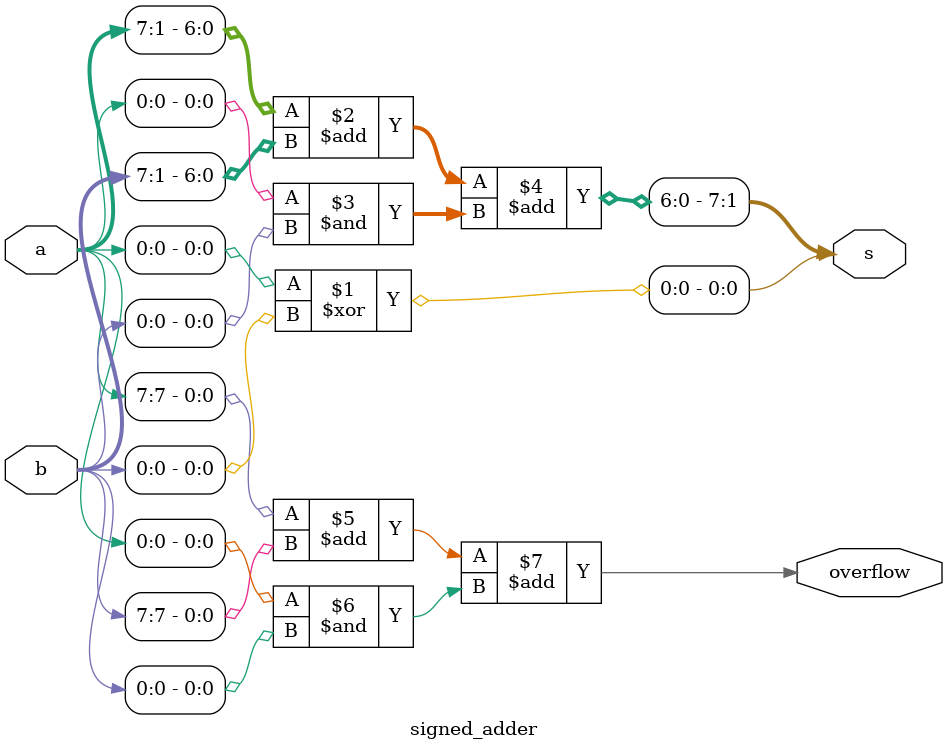
<source format=v>

module signed_adder(input [7:0] a,
    input [7:0] b,
    output [7:0] s,
    output overflow
); 

// The numbers a and b are added to the output s. 
// assign the occurence of the signed overflow of a and b to the output overflow.
// a signed overflow occurs if the most significant bits of a and b are low and the most significant bit of s is high
// a signed overflow may also occur if the most significant bits of a and b are high and the most significant bit of s is low


//assign high if negative AND positive
assign s[0] = a[0] ^ b[0];
assign s[7:1] = a[7:1] + b[7:1] + (a[0] & b[0]);
assign overflow = a[7] + b[7] + (a[0] & b[0]); 

endmodule

</source>
